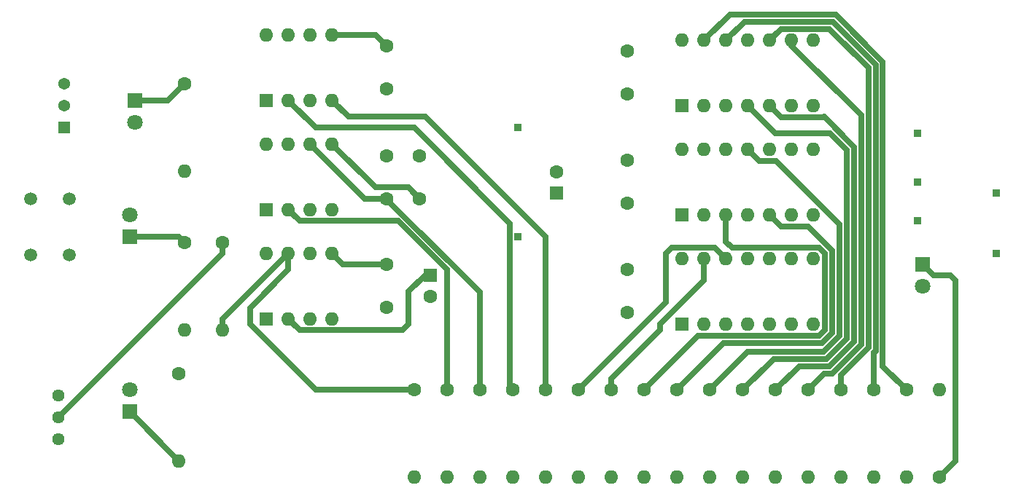
<source format=gbr>
%TF.GenerationSoftware,KiCad,Pcbnew,(6.0.0)*%
%TF.CreationDate,2022-01-09T16:02:52-08:00*%
%TF.ProjectId,Full555Timer,46756c6c-3535-4355-9469-6d65722e6b69,rev?*%
%TF.SameCoordinates,Original*%
%TF.FileFunction,Copper,L4,Bot*%
%TF.FilePolarity,Positive*%
%FSLAX46Y46*%
G04 Gerber Fmt 4.6, Leading zero omitted, Abs format (unit mm)*
G04 Created by KiCad (PCBNEW (6.0.0)) date 2022-01-09 16:02:52*
%MOMM*%
%LPD*%
G01*
G04 APERTURE LIST*
%TA.AperFunction,ComponentPad*%
%ADD10R,1.600000X1.600000*%
%TD*%
%TA.AperFunction,ComponentPad*%
%ADD11C,1.600000*%
%TD*%
%TA.AperFunction,ComponentPad*%
%ADD12R,1.800000X1.800000*%
%TD*%
%TA.AperFunction,ComponentPad*%
%ADD13C,1.800000*%
%TD*%
%TA.AperFunction,ComponentPad*%
%ADD14R,0.850000X0.850000*%
%TD*%
%TA.AperFunction,ComponentPad*%
%ADD15O,1.600000X1.600000*%
%TD*%
%TA.AperFunction,ComponentPad*%
%ADD16C,1.507998*%
%TD*%
%TA.AperFunction,ComponentPad*%
%ADD17R,1.370000X1.370000*%
%TD*%
%TA.AperFunction,ComponentPad*%
%ADD18C,1.370000*%
%TD*%
%TA.AperFunction,ComponentPad*%
%ADD19C,1.440000*%
%TD*%
%TA.AperFunction,Conductor*%
%ADD20C,0.640000*%
%TD*%
G04 APERTURE END LIST*
D10*
%TO.P,C1,1*%
%TO.N,+5V*%
X160655000Y-95885000D03*
D11*
%TO.P,C1,2*%
%TO.N,GND*%
X160655000Y-93385000D03*
%TD*%
%TO.P,C2,1*%
%TO.N,Net-(C2-Pad1)*%
X140970000Y-104140000D03*
%TO.P,C2,2*%
%TO.N,GND*%
X140970000Y-109140000D03*
%TD*%
D10*
%TO.P,C3,1*%
%TO.N,Net-(C3-Pad1)*%
X146050000Y-105410000D03*
D11*
%TO.P,C3,2*%
%TO.N,GND*%
X146050000Y-107910000D03*
%TD*%
%TO.P,C5,1*%
%TO.N,Net-(C5-Pad1)*%
X140970000Y-96520000D03*
%TO.P,C5,2*%
%TO.N,GND*%
X140970000Y-91520000D03*
%TD*%
%TO.P,C6,1*%
%TO.N,Net-(C6-Pad1)*%
X140970000Y-78740000D03*
%TO.P,C6,2*%
%TO.N,GND*%
X140970000Y-83740000D03*
%TD*%
%TO.P,C7,1*%
%TO.N,+5V*%
X168910000Y-104775000D03*
%TO.P,C7,2*%
%TO.N,GND*%
X168910000Y-109775000D03*
%TD*%
D12*
%TO.P,D1,1*%
%TO.N,Net-(D1-Pad1)*%
X111125000Y-121285000D03*
D13*
%TO.P,D1,2*%
%TO.N,Net-(D1-Pad2)*%
X111125000Y-118745000D03*
%TD*%
D12*
%TO.P,D2,1*%
%TO.N,Net-(D2-Pad1)*%
X111125000Y-100965000D03*
D13*
%TO.P,D2,2*%
%TO.N,Net-(D2-Pad2)*%
X111125000Y-98425000D03*
%TD*%
D12*
%TO.P,D4,1*%
%TO.N,Net-(D4-Pad1)*%
X203200000Y-104140000D03*
D13*
%TO.P,D4,2*%
%TO.N,Net-(D4-Pad2)*%
X203200000Y-106680000D03*
%TD*%
D14*
%TO.P,J3,1*%
%TO.N,Net-(J3-Pad1)*%
X202565000Y-94615000D03*
%TD*%
%TO.P,J5,1*%
%TO.N,Net-(D4-Pad2)*%
X202565000Y-99060000D03*
%TD*%
D11*
%TO.P,R1,1*%
%TO.N,Net-(R1-Pad1)*%
X121920000Y-101600000D03*
D15*
%TO.P,R1,2*%
%TO.N,Net-(R1-Pad2)*%
X121920000Y-111760000D03*
%TD*%
D11*
%TO.P,R2,1*%
%TO.N,Net-(R1-Pad2)*%
X144145000Y-118745000D03*
D15*
%TO.P,R2,2*%
%TO.N,+5V*%
X144145000Y-128905000D03*
%TD*%
D11*
%TO.P,R4,1*%
%TO.N,Net-(C5-Pad1)*%
X151765000Y-118745000D03*
D15*
%TO.P,R4,2*%
%TO.N,+5V*%
X151765000Y-128905000D03*
%TD*%
D11*
%TO.P,R5,1*%
%TO.N,Net-(R5-Pad1)*%
X155575000Y-118745000D03*
D15*
%TO.P,R5,2*%
%TO.N,+5V*%
X155575000Y-128905000D03*
%TD*%
D11*
%TO.P,R6,1*%
%TO.N,Net-(R6-Pad1)*%
X159385000Y-118745000D03*
D15*
%TO.P,R6,2*%
%TO.N,+5V*%
X159385000Y-128905000D03*
%TD*%
D11*
%TO.P,R7,1*%
%TO.N,GND*%
X116840000Y-116840000D03*
D15*
%TO.P,R7,2*%
%TO.N,Net-(D1-Pad1)*%
X116840000Y-127000000D03*
%TD*%
D11*
%TO.P,R8,1*%
%TO.N,Net-(D2-Pad1)*%
X117475000Y-101600000D03*
D15*
%TO.P,R8,2*%
%TO.N,GND*%
X117475000Y-111760000D03*
%TD*%
D10*
%TO.P,U1,1*%
%TO.N,GND*%
X127000000Y-110490000D03*
D15*
%TO.P,U1,2*%
%TO.N,Net-(C3-Pad1)*%
X129540000Y-110490000D03*
%TO.P,U1,3*%
%TO.N,Net-(D1-Pad2)*%
X132080000Y-110490000D03*
%TO.P,U1,4*%
%TO.N,+5V*%
X134620000Y-110490000D03*
%TO.P,U1,5*%
%TO.N,Net-(C2-Pad1)*%
X134620000Y-102870000D03*
%TO.P,U1,6*%
%TO.N,Net-(C3-Pad1)*%
X132080000Y-102870000D03*
%TO.P,U1,7*%
%TO.N,Net-(R1-Pad2)*%
X129540000Y-102870000D03*
%TO.P,U1,8*%
%TO.N,+5V*%
X127000000Y-102870000D03*
%TD*%
D10*
%TO.P,U2,1*%
%TO.N,GND*%
X127000000Y-97790000D03*
D15*
%TO.P,U2,2*%
%TO.N,Net-(R3-Pad1)*%
X129540000Y-97790000D03*
%TO.P,U2,3*%
%TO.N,Net-(D2-Pad2)*%
X132080000Y-97790000D03*
%TO.P,U2,4*%
%TO.N,+5V*%
X134620000Y-97790000D03*
%TO.P,U2,5*%
%TO.N,Net-(C4-Pad1)*%
X134620000Y-90170000D03*
%TO.P,U2,6*%
%TO.N,Net-(C5-Pad1)*%
X132080000Y-90170000D03*
%TO.P,U2,7*%
X129540000Y-90170000D03*
%TO.P,U2,8*%
%TO.N,+5V*%
X127000000Y-90170000D03*
%TD*%
D10*
%TO.P,U3,1*%
%TO.N,GND*%
X127000000Y-85090000D03*
D15*
%TO.P,U3,2*%
%TO.N,Net-(R5-Pad1)*%
X129540000Y-85090000D03*
%TO.P,U3,3*%
%TO.N,Net-(D3-Pad2)*%
X132080000Y-85090000D03*
%TO.P,U3,4*%
%TO.N,Net-(R6-Pad1)*%
X134620000Y-85090000D03*
%TO.P,U3,5*%
%TO.N,Net-(C6-Pad1)*%
X134620000Y-77470000D03*
%TO.P,U3,6*%
%TO.N,GND*%
X132080000Y-77470000D03*
%TO.P,U3,7*%
%TO.N,Net-(U3-Pad7)*%
X129540000Y-77470000D03*
%TO.P,U3,8*%
%TO.N,+5V*%
X127000000Y-77470000D03*
%TD*%
D10*
%TO.P,U5,1*%
%TO.N,Net-(D3-Pad2)*%
X175260000Y-98425000D03*
D15*
%TO.P,U5,2*%
%TO.N,Net-(U4-Pad4)*%
X177800000Y-98425000D03*
%TO.P,U5,3*%
%TO.N,Net-(R19-Pad1)*%
X180340000Y-98425000D03*
%TO.P,U5,4*%
%TO.N,Net-(U5-Pad4)*%
X182880000Y-98425000D03*
%TO.P,U5,5*%
%TO.N,Net-(R18-Pad1)*%
X185420000Y-98425000D03*
%TO.P,U5,6*%
%TO.N,Net-(U5-Pad6)*%
X187960000Y-98425000D03*
%TO.P,U5,7*%
%TO.N,GND*%
X190500000Y-98425000D03*
%TO.P,U5,8*%
%TO.N,Net-(U4-Pad10)*%
X190500000Y-90805000D03*
%TO.P,U5,9*%
%TO.N,Net-(J3-Pad1)*%
X187960000Y-90805000D03*
%TO.P,U5,10*%
%TO.N,Net-(U5-Pad10)*%
X185420000Y-90805000D03*
%TO.P,U5,11*%
%TO.N,Net-(R17-Pad1)*%
X182880000Y-90805000D03*
%TO.P,U5,12*%
%TO.N,Net-(J4-Pad1)*%
X180340000Y-90805000D03*
%TO.P,U5,13*%
%TO.N,Net-(D4-Pad2)*%
X177800000Y-90805000D03*
%TO.P,U5,14*%
%TO.N,+5V*%
X175260000Y-90805000D03*
%TD*%
D10*
%TO.P,U6,1*%
%TO.N,Net-(U4-Pad3)*%
X175260000Y-85725000D03*
D15*
%TO.P,U6,2*%
%TO.N,Net-(U4-Pad6)*%
X177800000Y-85725000D03*
%TO.P,U6,3*%
%TO.N,Net-(U4-Pad9)*%
X180340000Y-85725000D03*
%TO.P,U6,4*%
%TO.N,Net-(R16-Pad1)*%
X182880000Y-85725000D03*
%TO.P,U6,5*%
%TO.N,Net-(R15-Pad1)*%
X185420000Y-85725000D03*
%TO.P,U6,6*%
%TO.N,Net-(U6-Pad6)*%
X187960000Y-85725000D03*
%TO.P,U6,7*%
%TO.N,GND*%
X190500000Y-85725000D03*
%TO.P,U6,8*%
%TO.N,Net-(U6-Pad8)*%
X190500000Y-78105000D03*
%TO.P,U6,9*%
%TO.N,Net-(R14-Pad1)*%
X187960000Y-78105000D03*
%TO.P,U6,10*%
%TO.N,Net-(R13-Pad1)*%
X185420000Y-78105000D03*
%TO.P,U6,11*%
%TO.N,Net-(U6-Pad11)*%
X182880000Y-78105000D03*
%TO.P,U6,12*%
%TO.N,Net-(R12-Pad1)*%
X180340000Y-78105000D03*
%TO.P,U6,13*%
%TO.N,Net-(R11-Pad1)*%
X177800000Y-78105000D03*
%TO.P,U6,14*%
%TO.N,+5V*%
X175260000Y-78105000D03*
%TD*%
D16*
%TO.P,SW1,1*%
%TO.N,GND*%
X104140000Y-96520000D03*
%TO.P,SW1,2*%
%TO.N,Net-(R3-Pad1)*%
X104140000Y-103020002D03*
%TO.P,SW1,3*%
%TO.N,N/C*%
X99639999Y-96520000D03*
%TO.P,SW1,4*%
X99639999Y-103020002D03*
%TD*%
D14*
%TO.P,J2,1*%
%TO.N,+5V*%
X156210000Y-100965000D03*
%TD*%
D10*
%TO.P,U4,1*%
%TO.N,Net-(D1-Pad2)*%
X175260000Y-111125000D03*
D15*
%TO.P,U4,2*%
%TO.N,Net-(D3-Pad2)*%
X177800000Y-111125000D03*
%TO.P,U4,3*%
%TO.N,Net-(U4-Pad3)*%
X180340000Y-111125000D03*
%TO.P,U4,4*%
%TO.N,Net-(U4-Pad4)*%
X182880000Y-111125000D03*
%TO.P,U4,5*%
%TO.N,Net-(D2-Pad2)*%
X185420000Y-111125000D03*
%TO.P,U4,6*%
%TO.N,Net-(U4-Pad6)*%
X187960000Y-111125000D03*
%TO.P,U4,7*%
%TO.N,GND*%
X190500000Y-111125000D03*
%TO.P,U4,8*%
%TO.N,Net-(D4-Pad2)*%
X190500000Y-103505000D03*
%TO.P,U4,9*%
%TO.N,Net-(U4-Pad9)*%
X187960000Y-103505000D03*
%TO.P,U4,10*%
%TO.N,Net-(U4-Pad10)*%
X185420000Y-103505000D03*
%TO.P,U4,11*%
%TO.N,Net-(U4-Pad11)*%
X182880000Y-103505000D03*
%TO.P,U4,12*%
%TO.N,Net-(R21-Pad1)*%
X180340000Y-103505000D03*
%TO.P,U4,13*%
%TO.N,Net-(R20-Pad1)*%
X177800000Y-103505000D03*
%TO.P,U4,14*%
%TO.N,+5V*%
X175260000Y-103505000D03*
%TD*%
D11*
%TO.P,C9,1*%
%TO.N,+5V*%
X168910000Y-79375000D03*
%TO.P,C9,2*%
%TO.N,GND*%
X168910000Y-84375000D03*
%TD*%
%TO.P,C8,1*%
%TO.N,+5V*%
X168910000Y-92075000D03*
%TO.P,C8,2*%
%TO.N,GND*%
X168910000Y-97075000D03*
%TD*%
%TO.P,R9,1*%
%TO.N,Net-(D3-Pad1)*%
X117475000Y-83185000D03*
D15*
%TO.P,R9,2*%
%TO.N,GND*%
X117475000Y-93345000D03*
%TD*%
D11*
%TO.P,R11,1*%
%TO.N,Net-(R11-Pad1)*%
X201295000Y-118745000D03*
D15*
%TO.P,R11,2*%
%TO.N,+5V*%
X201295000Y-128905000D03*
%TD*%
D11*
%TO.P,R12,1*%
%TO.N,Net-(R12-Pad1)*%
X197485000Y-118745000D03*
D15*
%TO.P,R12,2*%
%TO.N,+5V*%
X197485000Y-128905000D03*
%TD*%
D11*
%TO.P,R13,1*%
%TO.N,Net-(R13-Pad1)*%
X193675000Y-118745000D03*
D15*
%TO.P,R13,2*%
%TO.N,+5V*%
X193675000Y-128905000D03*
%TD*%
D11*
%TO.P,R15,1*%
%TO.N,Net-(R15-Pad1)*%
X186055000Y-118745000D03*
D15*
%TO.P,R15,2*%
%TO.N,+5V*%
X186055000Y-128905000D03*
%TD*%
D11*
%TO.P,R16,1*%
%TO.N,Net-(R16-Pad1)*%
X182245000Y-118745000D03*
D15*
%TO.P,R16,2*%
%TO.N,+5V*%
X182245000Y-128905000D03*
%TD*%
D11*
%TO.P,R18,1*%
%TO.N,Net-(R18-Pad1)*%
X174625000Y-118745000D03*
D15*
%TO.P,R18,2*%
%TO.N,+5V*%
X174625000Y-128905000D03*
%TD*%
D11*
%TO.P,R19,1*%
%TO.N,Net-(R19-Pad1)*%
X170815000Y-118745000D03*
D15*
%TO.P,R19,2*%
%TO.N,+5V*%
X170815000Y-128905000D03*
%TD*%
D11*
%TO.P,R20,1*%
%TO.N,Net-(R20-Pad1)*%
X167005000Y-118745000D03*
D15*
%TO.P,R20,2*%
%TO.N,+5V*%
X167005000Y-128905000D03*
%TD*%
D11*
%TO.P,R21,1*%
%TO.N,Net-(R21-Pad1)*%
X163195000Y-118745000D03*
D15*
%TO.P,R21,2*%
%TO.N,+5V*%
X163195000Y-128905000D03*
%TD*%
D11*
%TO.P,R14,1*%
%TO.N,Net-(R14-Pad1)*%
X189865000Y-118745000D03*
D15*
%TO.P,R14,2*%
%TO.N,+5V*%
X189865000Y-128905000D03*
%TD*%
D11*
%TO.P,R17,1*%
%TO.N,Net-(R17-Pad1)*%
X178435000Y-118745000D03*
D15*
%TO.P,R17,2*%
%TO.N,+5V*%
X178435000Y-128905000D03*
%TD*%
D14*
%TO.P,J6,1*%
%TO.N,GND*%
X211699999Y-102870000D03*
%TD*%
%TO.P,J7,1*%
%TO.N,+5V*%
X211699999Y-95885000D03*
%TD*%
D11*
%TO.P,C4,1*%
%TO.N,Net-(C4-Pad1)*%
X144780000Y-96520000D03*
%TO.P,C4,2*%
%TO.N,GND*%
X144780000Y-91520000D03*
%TD*%
D14*
%TO.P,J1,1*%
%TO.N,GND*%
X156210000Y-88265000D03*
%TD*%
D11*
%TO.P,R10,1*%
%TO.N,Net-(D4-Pad1)*%
X205105000Y-128905000D03*
D15*
%TO.P,R10,2*%
%TO.N,GND*%
X205105000Y-118745000D03*
%TD*%
D11*
%TO.P,R3,1*%
%TO.N,Net-(R3-Pad1)*%
X147955000Y-118745000D03*
D15*
%TO.P,R3,2*%
%TO.N,+5V*%
X147955000Y-128905000D03*
%TD*%
D12*
%TO.P,D3,1*%
%TO.N,Net-(D3-Pad1)*%
X111760000Y-85090000D03*
D13*
%TO.P,D3,2*%
%TO.N,Net-(D3-Pad2)*%
X111760000Y-87630000D03*
%TD*%
D17*
%TO.P,SW2,1*%
%TO.N,Net-(R5-Pad1)*%
X103505000Y-88265000D03*
D18*
%TO.P,SW2,2*%
%TO.N,GND*%
X103505000Y-85725000D03*
%TO.P,SW2,3*%
%TO.N,Net-(R6-Pad1)*%
X103505000Y-83185000D03*
%TD*%
D14*
%TO.P,J4,1*%
%TO.N,Net-(J4-Pad1)*%
X202565000Y-88900000D03*
%TD*%
D19*
%TO.P,RV1,1*%
%TO.N,Net-(C3-Pad1)*%
X102870000Y-119380000D03*
%TO.P,RV1,2*%
%TO.N,Net-(R1-Pad1)*%
X102870000Y-121920000D03*
%TO.P,RV1,3*%
%TO.N,Net-(RV1-Pad3)*%
X102870000Y-124460000D03*
%TD*%
D20*
%TO.N,Net-(D4-Pad1)*%
X204470000Y-105410000D02*
X203200000Y-104140000D01*
X206375000Y-105410000D02*
X204470000Y-105410000D01*
X207010000Y-106045000D02*
X206375000Y-105410000D01*
X207010000Y-127000000D02*
X207010000Y-106045000D01*
X205105000Y-128905000D02*
X207010000Y-127000000D01*
%TO.N,Net-(C2-Pad1)*%
X135890000Y-104140000D02*
X134620000Y-102870000D01*
X140970000Y-104140000D02*
X135890000Y-104140000D01*
%TO.N,Net-(C3-Pad1)*%
X142824999Y-111810001D02*
X130860001Y-111810001D01*
X146050000Y-105410000D02*
X145415000Y-105410000D01*
X143510000Y-111125000D02*
X142824999Y-111810001D01*
X143510000Y-107315000D02*
X143510000Y-111125000D01*
X130860001Y-111810001D02*
X129540000Y-110490000D01*
X145415000Y-105410000D02*
X143510000Y-107315000D01*
%TO.N,Net-(C4-Pad1)*%
X143459999Y-95199999D02*
X139649999Y-95199999D01*
X139649999Y-95199999D02*
X134620000Y-90170000D01*
X144780000Y-96520000D02*
X143459999Y-95199999D01*
%TO.N,Net-(C5-Pad1)*%
X132080000Y-90170000D02*
X138430000Y-96520000D01*
X140970000Y-96606046D02*
X140970000Y-96520000D01*
X151765000Y-107401046D02*
X140970000Y-96606046D01*
X151765000Y-118745000D02*
X151765000Y-107401046D01*
X138430000Y-96520000D02*
X140970000Y-96520000D01*
%TO.N,Net-(C6-Pad1)*%
X134620000Y-77470000D02*
X139700000Y-77470000D01*
X139700000Y-77470000D02*
X140970000Y-78740000D01*
%TO.N,Net-(D1-Pad1)*%
X111125000Y-121285000D02*
X116840000Y-127000000D01*
%TO.N,Net-(D2-Pad1)*%
X116840000Y-100965000D02*
X117475000Y-101600000D01*
X111125000Y-100965000D02*
X116840000Y-100965000D01*
%TO.N,Net-(D3-Pad1)*%
X115570000Y-85090000D02*
X117475000Y-83185000D01*
X111760000Y-85090000D02*
X115570000Y-85090000D01*
%TO.N,Net-(R1-Pad1)*%
X121920000Y-102870000D02*
X102870000Y-121920000D01*
X121920000Y-101600000D02*
X121920000Y-102870000D01*
%TO.N,Net-(R3-Pad1)*%
X130860001Y-99110001D02*
X129540000Y-97790000D01*
X147955000Y-104778998D02*
X142286003Y-99110001D01*
X142286003Y-99110001D02*
X130860001Y-99110001D01*
X147955000Y-118745000D02*
X147955000Y-104778998D01*
%TO.N,Net-(R5-Pad1)*%
X144145000Y-88265000D02*
X155264999Y-99384999D01*
X155264999Y-118434999D02*
X155575000Y-118745000D01*
X132715000Y-88265000D02*
X144145000Y-88265000D01*
X155264999Y-99384999D02*
X155264999Y-118434999D01*
X129540000Y-85090000D02*
X132715000Y-88265000D01*
%TO.N,Net-(R6-Pad1)*%
X145415000Y-86995000D02*
X159385000Y-100965000D01*
X134620000Y-85090000D02*
X136525000Y-86995000D01*
X159385000Y-100965000D02*
X159385000Y-118745000D01*
X136525000Y-86995000D02*
X145415000Y-86995000D01*
%TO.N,Net-(R11-Pad1)*%
X198540079Y-80594173D02*
X193050885Y-75104979D01*
X198540079Y-115990079D02*
X198540079Y-80594173D01*
X201295000Y-118745000D02*
X198540079Y-115990079D01*
X180800021Y-75104979D02*
X177800000Y-78105000D01*
X193050885Y-75104979D02*
X180800021Y-75104979D01*
%TO.N,Net-(R12-Pad1)*%
X197700069Y-80942116D02*
X192702942Y-75944989D01*
X197700069Y-114194203D02*
X197700069Y-80942116D01*
X182500011Y-75944989D02*
X180340000Y-78105000D01*
X192702942Y-75944989D02*
X182500011Y-75944989D01*
X197485000Y-114409272D02*
X197700069Y-114194203D01*
X197485000Y-118745000D02*
X197485000Y-114409272D01*
%TO.N,Net-(R13-Pad1)*%
X196860059Y-113846260D02*
X196860059Y-81290059D01*
X196860059Y-81290059D02*
X192354999Y-76784999D01*
X193675000Y-117031318D02*
X196860059Y-113846260D01*
X186740001Y-76784999D02*
X185420000Y-78105000D01*
X192354999Y-76784999D02*
X186740001Y-76784999D01*
X193675000Y-118745000D02*
X193675000Y-117031318D01*
%TO.N,Net-(R14-Pad1)*%
X192678366Y-116840000D02*
X196020049Y-113498317D01*
X196020049Y-113498317D02*
X196020049Y-86800049D01*
X189865000Y-118745000D02*
X191770000Y-116840000D01*
X191770000Y-116840000D02*
X192678366Y-116840000D01*
X187960000Y-78740000D02*
X187960000Y-78105000D01*
X196020049Y-86800049D02*
X187960000Y-78740000D01*
%TO.N,Net-(R15-Pad1)*%
X191687953Y-86995000D02*
X191637952Y-87045001D01*
X192350394Y-115980020D02*
X195180041Y-113150373D01*
X188819980Y-115980020D02*
X192350394Y-115980020D01*
X195180041Y-90487088D02*
X191687953Y-86995000D01*
X195180041Y-113150373D02*
X195180041Y-90487088D01*
X186055000Y-118745000D02*
X188819980Y-115980020D01*
X186740001Y-87045001D02*
X185420000Y-85725000D01*
X191637952Y-87045001D02*
X186740001Y-87045001D01*
%TO.N,Net-(R16-Pad1)*%
X194340031Y-112802430D02*
X194340031Y-90835031D01*
X192405000Y-88900000D02*
X186055000Y-88900000D01*
X194340031Y-90835031D02*
X192405000Y-88900000D01*
X185849990Y-115140010D02*
X192002451Y-115140010D01*
X186055000Y-88900000D02*
X182880000Y-85725000D01*
X182245000Y-118745000D02*
X185849990Y-115140010D01*
X192002451Y-115140010D02*
X194340031Y-112802430D01*
%TO.N,Net-(R17-Pad1)*%
X193500021Y-99471419D02*
X186153603Y-92125001D01*
X178435000Y-118745000D02*
X182880000Y-114300000D01*
X186153603Y-92125001D02*
X184200001Y-92125001D01*
X191654508Y-114300000D02*
X193500021Y-112454487D01*
X193500021Y-112454487D02*
X193500021Y-99471419D01*
X182880000Y-114300000D02*
X191654508Y-114300000D01*
X184200001Y-92125001D02*
X182880000Y-90805000D01*
%TO.N,Net-(R18-Pad1)*%
X192660011Y-112106544D02*
X192660011Y-102523456D01*
X192660011Y-102523456D02*
X189881556Y-99745001D01*
X180084989Y-113285011D02*
X191481544Y-113285011D01*
X186740001Y-99745001D02*
X185420000Y-98425000D01*
X174625000Y-118745000D02*
X180084989Y-113285011D01*
X189881556Y-99745001D02*
X186740001Y-99745001D01*
X191481544Y-113285011D02*
X192660011Y-112106544D01*
%TO.N,Net-(R19-Pad1)*%
X177114999Y-112445001D02*
X191133601Y-112445001D01*
X191133601Y-112445001D02*
X191820001Y-111758601D01*
X191820001Y-111758601D02*
X191820001Y-102871399D01*
X191820001Y-102871399D02*
X191133601Y-102184999D01*
X191133601Y-102184999D02*
X181025001Y-102184999D01*
X181025001Y-102184999D02*
X180340000Y-101499998D01*
X180340000Y-101499998D02*
X180340000Y-98425000D01*
X170815000Y-118745000D02*
X177114999Y-112445001D01*
%TO.N,Net-(R20-Pad1)*%
X177800000Y-106048998D02*
X177800000Y-103505000D01*
X167005000Y-118745000D02*
X167005000Y-117475000D01*
X167005000Y-117475000D02*
X172720000Y-111760000D01*
X172720000Y-111760000D02*
X172720000Y-111128998D01*
X172720000Y-111128998D02*
X177800000Y-106048998D01*
%TO.N,Net-(R21-Pad1)*%
X163195000Y-118745000D02*
X173355000Y-108585000D01*
X173355000Y-108585000D02*
X173355000Y-102870000D01*
X174040001Y-102184999D02*
X179019999Y-102184999D01*
X179019999Y-102184999D02*
X180340000Y-103505000D01*
X173355000Y-102870000D02*
X174040001Y-102184999D01*
%TO.N,Net-(R1-Pad2)*%
X125095000Y-111121002D02*
X125095000Y-109220000D01*
X132718998Y-118745000D02*
X125095000Y-111121002D01*
X129540000Y-102870000D02*
X121920000Y-110490000D01*
X129540000Y-104775000D02*
X129540000Y-102870000D01*
X121920000Y-110490000D02*
X121920000Y-111760000D01*
X125095000Y-109220000D02*
X129540000Y-104775000D01*
X144145000Y-118745000D02*
X132718998Y-118745000D01*
%TD*%
M02*

</source>
